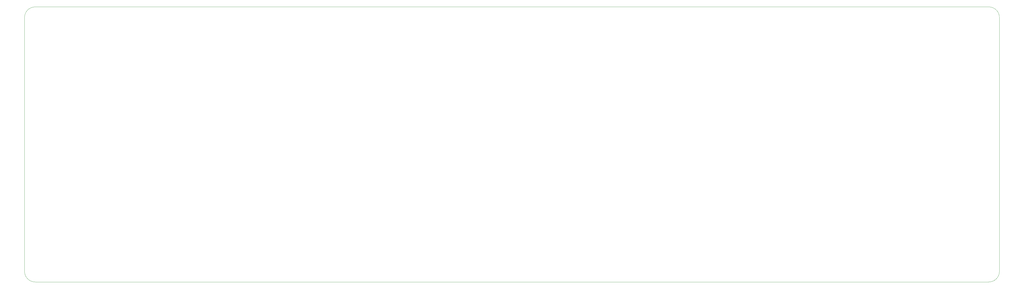
<source format=gm1>
G04 #@! TF.GenerationSoftware,KiCad,Pcbnew,8.0.4*
G04 #@! TF.CreationDate,2024-09-04T19:59:22-04:00*
G04 #@! TF.ProjectId,small-fry-pcb,736d616c-6c2d-4667-9279-2d7063622e6b,1.0*
G04 #@! TF.SameCoordinates,Original*
G04 #@! TF.FileFunction,Profile,NP*
%FSLAX46Y46*%
G04 Gerber Fmt 4.6, Leading zero omitted, Abs format (unit mm)*
G04 Created by KiCad (PCBNEW 8.0.4) date 2024-09-04 19:59:22*
%MOMM*%
%LPD*%
G01*
G04 APERTURE LIST*
G04 #@! TA.AperFunction,Profile*
%ADD10C,0.100000*%
G04 #@! TD*
G04 APERTURE END LIST*
D10*
X32000000Y-131000000D02*
G75*
G02*
X28000000Y-127000000I0J4000000D01*
G01*
X393000000Y-127000000D02*
G75*
G02*
X389000000Y-131000000I-4000000J0D01*
G01*
X28000000Y-32000000D02*
G75*
G02*
X32000000Y-28000000I4000000J0D01*
G01*
X389000000Y-28000000D02*
G75*
G02*
X393000000Y-32000000I0J-4000000D01*
G01*
X28000000Y-127000000D02*
X28000000Y-32000000D01*
X393000000Y-32000000D02*
X393000000Y-127000000D01*
X389000000Y-131000000D02*
X32000000Y-131000000D01*
X32000000Y-28000000D02*
X389000000Y-28000000D01*
M02*

</source>
